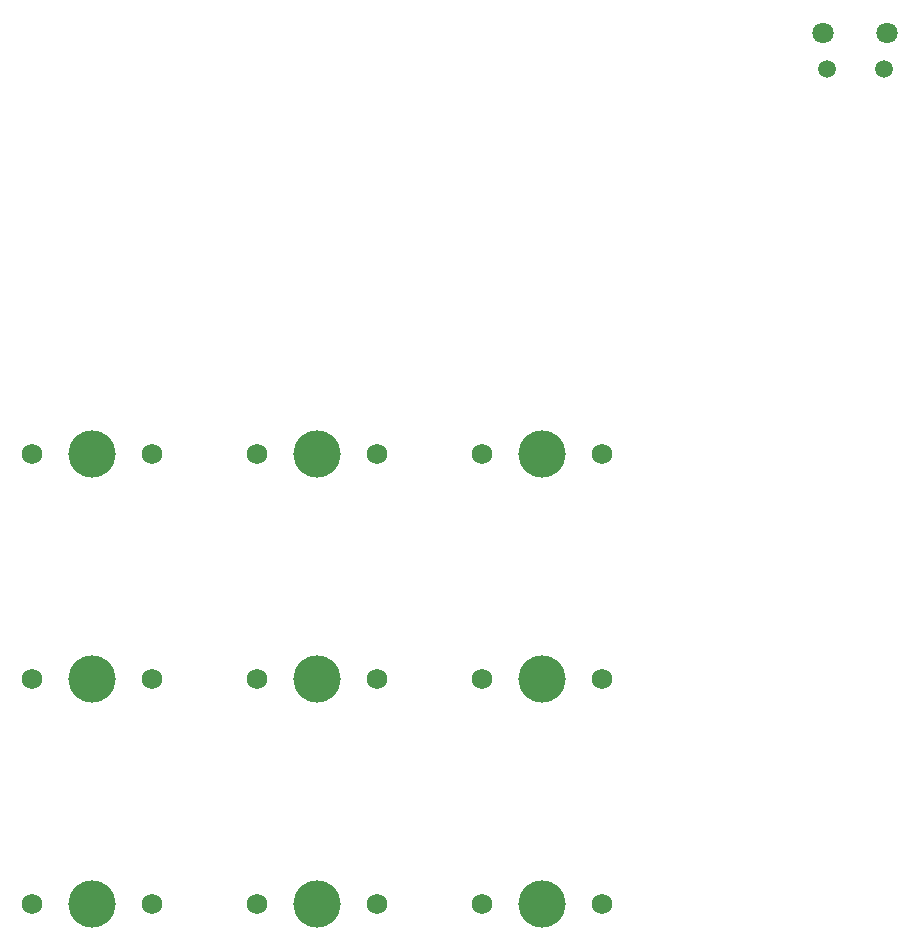
<source format=gbr>
%TF.GenerationSoftware,KiCad,Pcbnew,7.0.9*%
%TF.CreationDate,2023-12-25T15:01:08+00:00*%
%TF.ProjectId,MacroPad V2,4d616372-6f50-4616-9420-56322e6b6963,rev?*%
%TF.SameCoordinates,Original*%
%TF.FileFunction,NonPlated,1,2,NPTH,Drill*%
%TF.FilePolarity,Positive*%
%FSLAX46Y46*%
G04 Gerber Fmt 4.6, Leading zero omitted, Abs format (unit mm)*
G04 Created by KiCad (PCBNEW 7.0.9) date 2023-12-25 15:01:08*
%MOMM*%
%LPD*%
G01*
G04 APERTURE LIST*
%TA.AperFunction,ComponentDrill*%
%ADD10C,1.500000*%
%TD*%
%TA.AperFunction,ComponentDrill*%
%ADD11C,1.750000*%
%TD*%
%TA.AperFunction,ComponentDrill*%
%ADD12C,1.800000*%
%TD*%
%TA.AperFunction,ComponentDrill*%
%ADD13C,4.000000*%
%TD*%
G04 APERTURE END LIST*
D10*
%TO.C,U1*%
X172647000Y-65552000D03*
X177497000Y-65552000D03*
D11*
%TO.C,S1*%
X105392000Y-98122000D03*
%TO.C,S4*%
X105392000Y-117172000D03*
%TO.C,S7*%
X105392000Y-136222000D03*
%TO.C,S1*%
X115552000Y-98122000D03*
%TO.C,S4*%
X115552000Y-117172000D03*
%TO.C,S7*%
X115552000Y-136222000D03*
%TO.C,S2*%
X124442000Y-98122000D03*
%TO.C,S5*%
X124442000Y-117172000D03*
%TO.C,S8*%
X124442000Y-136222000D03*
%TO.C,S2*%
X134602000Y-98122000D03*
%TO.C,S5*%
X134602000Y-117172000D03*
%TO.C,S8*%
X134602000Y-136222000D03*
%TO.C,S3*%
X143492000Y-98122000D03*
%TO.C,S6*%
X143492000Y-117172000D03*
%TO.C,S9*%
X143492000Y-136222000D03*
%TO.C,S3*%
X153652000Y-98122000D03*
%TO.C,S6*%
X153652000Y-117172000D03*
%TO.C,S9*%
X153652000Y-136222000D03*
D12*
%TO.C,U1*%
X172347000Y-62522000D03*
X177797000Y-62522000D03*
D13*
%TO.C,S1*%
X110472000Y-98122000D03*
%TO.C,S4*%
X110472000Y-117172000D03*
%TO.C,S7*%
X110472000Y-136222000D03*
%TO.C,S2*%
X129522000Y-98122000D03*
%TO.C,S5*%
X129522000Y-117172000D03*
%TO.C,S8*%
X129522000Y-136222000D03*
%TO.C,S3*%
X148572000Y-98122000D03*
%TO.C,S6*%
X148572000Y-117172000D03*
%TO.C,S9*%
X148572000Y-136222000D03*
M02*

</source>
